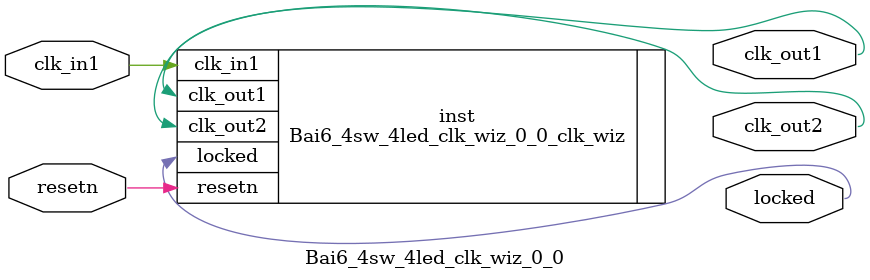
<source format=v>


`timescale 1ps/1ps

(* CORE_GENERATION_INFO = "Bai6_4sw_4led_clk_wiz_0_0,clk_wiz_v6_0_11_0_0,{component_name=Bai6_4sw_4led_clk_wiz_0_0,use_phase_alignment=true,use_min_o_jitter=false,use_max_i_jitter=false,use_dyn_phase_shift=false,use_inclk_switchover=false,use_dyn_reconfig=false,enable_axi=0,feedback_source=FDBK_AUTO,PRIMITIVE=MMCM,num_out_clk=2,clkin1_period=10.000,clkin2_period=10.000,use_power_down=false,use_reset=true,use_locked=true,use_inclk_stopped=false,feedback_type=SINGLE,CLOCK_MGR_TYPE=NA,manual_override=false}" *)

module Bai6_4sw_4led_clk_wiz_0_0 
 (
  // Clock out ports
  output        clk_out1,
  output        clk_out2,
  // Status and control signals
  input         resetn,
  output        locked,
 // Clock in ports
  input         clk_in1
 );

  Bai6_4sw_4led_clk_wiz_0_0_clk_wiz inst
  (
  // Clock out ports  
  .clk_out1(clk_out1),
  .clk_out2(clk_out2),
  // Status and control signals               
  .resetn(resetn), 
  .locked(locked),
 // Clock in ports
  .clk_in1(clk_in1)
  );

endmodule

</source>
